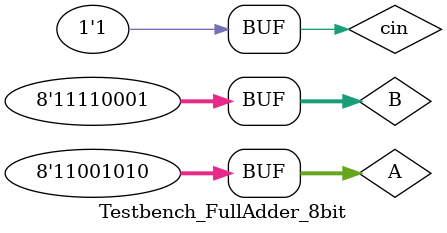
<source format=v>
`timescale 1ns / 1ps


module Testbench_FullAdder_8bit;

reg [7:0] A, B;
reg cin;
wire [7:0] sum;
wire cout;

fulladder_8 FA8 (.A(A),.B(B),.cin(cin),.sum(sum),.cout(cout));
initial
 begin
   A = 8'b00000110;
   B = 8'b00001011;
   cin = 0;
   #10;
    
   A = 8'b11001010;
   B = 8'b11110001;
   cin = 1;
   #10;  
end

endmodule


</source>
